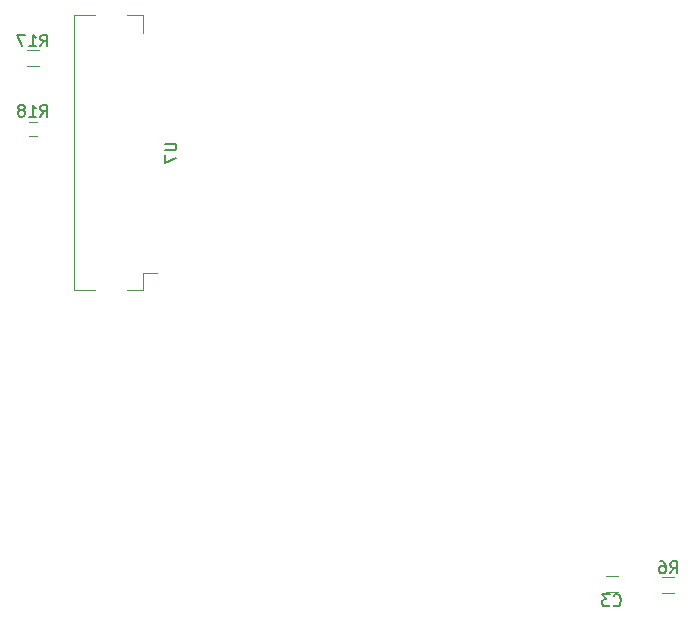
<source format=gbr>
G04 #@! TF.FileFunction,Legend,Bot*
%FSLAX46Y46*%
G04 Gerber Fmt 4.6, Leading zero omitted, Abs format (unit mm)*
G04 Created by KiCad (PCBNEW 4.0.7) date 08/21/19 21:36:26*
%MOMM*%
%LPD*%
G01*
G04 APERTURE LIST*
%ADD10C,0.100000*%
%ADD11C,0.120000*%
%ADD12C,0.150000*%
G04 APERTURE END LIST*
D10*
D11*
X130500000Y-130820000D02*
X129500000Y-130820000D01*
X129500000Y-132180000D02*
X130500000Y-132180000D01*
X134300000Y-132280000D02*
X135300000Y-132280000D01*
X135300000Y-130920000D02*
X134300000Y-130920000D01*
X80500000Y-87680000D02*
X81500000Y-87680000D01*
X81500000Y-86320000D02*
X80500000Y-86320000D01*
X80650000Y-93600000D02*
X81350000Y-93600000D01*
X81350000Y-92400000D02*
X80650000Y-92400000D01*
X90300000Y-105160000D02*
X90300000Y-106650000D01*
X90300000Y-106650000D02*
X88960000Y-106650000D01*
X90300000Y-84840000D02*
X90300000Y-83350000D01*
X90300000Y-83350000D02*
X88960000Y-83350000D01*
X86240000Y-106650000D02*
X84500000Y-106650000D01*
X84500000Y-106650000D02*
X84500000Y-83350000D01*
X84500000Y-83350000D02*
X86240000Y-83350000D01*
X90300000Y-105160000D02*
X91500000Y-105160000D01*
D12*
X130166666Y-133307143D02*
X130214285Y-133354762D01*
X130357142Y-133402381D01*
X130452380Y-133402381D01*
X130595238Y-133354762D01*
X130690476Y-133259524D01*
X130738095Y-133164286D01*
X130785714Y-132973810D01*
X130785714Y-132830952D01*
X130738095Y-132640476D01*
X130690476Y-132545238D01*
X130595238Y-132450000D01*
X130452380Y-132402381D01*
X130357142Y-132402381D01*
X130214285Y-132450000D01*
X130166666Y-132497619D01*
X129833333Y-132402381D02*
X129214285Y-132402381D01*
X129547619Y-132783333D01*
X129404761Y-132783333D01*
X129309523Y-132830952D01*
X129261904Y-132878571D01*
X129214285Y-132973810D01*
X129214285Y-133211905D01*
X129261904Y-133307143D01*
X129309523Y-133354762D01*
X129404761Y-133402381D01*
X129690476Y-133402381D01*
X129785714Y-133354762D01*
X129833333Y-133307143D01*
X134966666Y-130602381D02*
X135300000Y-130126190D01*
X135538095Y-130602381D02*
X135538095Y-129602381D01*
X135157142Y-129602381D01*
X135061904Y-129650000D01*
X135014285Y-129697619D01*
X134966666Y-129792857D01*
X134966666Y-129935714D01*
X135014285Y-130030952D01*
X135061904Y-130078571D01*
X135157142Y-130126190D01*
X135538095Y-130126190D01*
X134109523Y-129602381D02*
X134300000Y-129602381D01*
X134395238Y-129650000D01*
X134442857Y-129697619D01*
X134538095Y-129840476D01*
X134585714Y-130030952D01*
X134585714Y-130411905D01*
X134538095Y-130507143D01*
X134490476Y-130554762D01*
X134395238Y-130602381D01*
X134204761Y-130602381D01*
X134109523Y-130554762D01*
X134061904Y-130507143D01*
X134014285Y-130411905D01*
X134014285Y-130173810D01*
X134061904Y-130078571D01*
X134109523Y-130030952D01*
X134204761Y-129983333D01*
X134395238Y-129983333D01*
X134490476Y-130030952D01*
X134538095Y-130078571D01*
X134585714Y-130173810D01*
X81642857Y-86002381D02*
X81976191Y-85526190D01*
X82214286Y-86002381D02*
X82214286Y-85002381D01*
X81833333Y-85002381D01*
X81738095Y-85050000D01*
X81690476Y-85097619D01*
X81642857Y-85192857D01*
X81642857Y-85335714D01*
X81690476Y-85430952D01*
X81738095Y-85478571D01*
X81833333Y-85526190D01*
X82214286Y-85526190D01*
X80690476Y-86002381D02*
X81261905Y-86002381D01*
X80976191Y-86002381D02*
X80976191Y-85002381D01*
X81071429Y-85145238D01*
X81166667Y-85240476D01*
X81261905Y-85288095D01*
X80357143Y-85002381D02*
X79690476Y-85002381D01*
X80119048Y-86002381D01*
X81642857Y-91952381D02*
X81976191Y-91476190D01*
X82214286Y-91952381D02*
X82214286Y-90952381D01*
X81833333Y-90952381D01*
X81738095Y-91000000D01*
X81690476Y-91047619D01*
X81642857Y-91142857D01*
X81642857Y-91285714D01*
X81690476Y-91380952D01*
X81738095Y-91428571D01*
X81833333Y-91476190D01*
X82214286Y-91476190D01*
X80690476Y-91952381D02*
X81261905Y-91952381D01*
X80976191Y-91952381D02*
X80976191Y-90952381D01*
X81071429Y-91095238D01*
X81166667Y-91190476D01*
X81261905Y-91238095D01*
X80119048Y-91380952D02*
X80214286Y-91333333D01*
X80261905Y-91285714D01*
X80309524Y-91190476D01*
X80309524Y-91142857D01*
X80261905Y-91047619D01*
X80214286Y-91000000D01*
X80119048Y-90952381D01*
X79928571Y-90952381D01*
X79833333Y-91000000D01*
X79785714Y-91047619D01*
X79738095Y-91142857D01*
X79738095Y-91190476D01*
X79785714Y-91285714D01*
X79833333Y-91333333D01*
X79928571Y-91380952D01*
X80119048Y-91380952D01*
X80214286Y-91428571D01*
X80261905Y-91476190D01*
X80309524Y-91571429D01*
X80309524Y-91761905D01*
X80261905Y-91857143D01*
X80214286Y-91904762D01*
X80119048Y-91952381D01*
X79928571Y-91952381D01*
X79833333Y-91904762D01*
X79785714Y-91857143D01*
X79738095Y-91761905D01*
X79738095Y-91571429D01*
X79785714Y-91476190D01*
X79833333Y-91428571D01*
X79928571Y-91380952D01*
X92152381Y-94238095D02*
X92961905Y-94238095D01*
X93057143Y-94285714D01*
X93104762Y-94333333D01*
X93152381Y-94428571D01*
X93152381Y-94619048D01*
X93104762Y-94714286D01*
X93057143Y-94761905D01*
X92961905Y-94809524D01*
X92152381Y-94809524D01*
X92152381Y-95190476D02*
X92152381Y-95857143D01*
X93152381Y-95428571D01*
M02*

</source>
